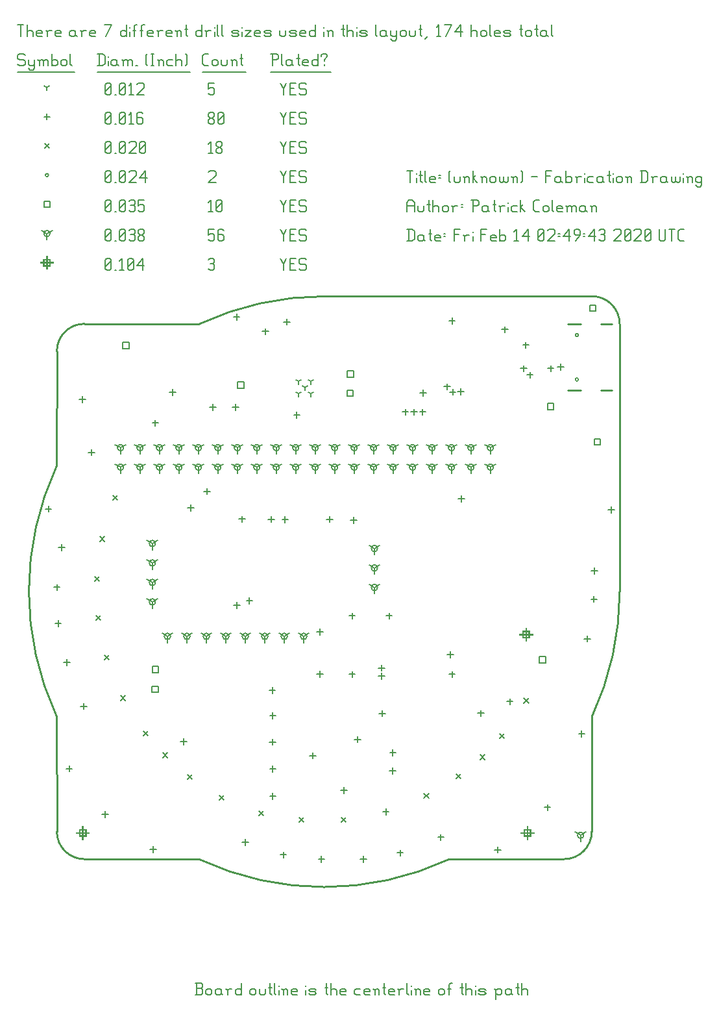
<source format=gbr>
G04 start of page 12 for group -3984 idx -3984 *
G04 Title: (unknown), fab *
G04 Creator: pcb 4.2.0 *
G04 CreationDate: Fri Feb 14 02:49:43 2020 UTC *
G04 For: blinken *
G04 Format: Gerber/RS-274X *
G04 PCB-Dimensions (mm): 90.16 90.16 *
G04 PCB-Coordinate-Origin: lower left *
%MOMM*%
%FSLAX43Y43*%
%LNFAB*%
%ADD86C,0.254*%
%ADD85C,0.191*%
%ADD84C,0.152*%
%ADD83R,0.203X0.203*%
G54D83*X8500Y19473D02*Y17847D01*
X7687Y18660D02*X9313D01*
X8094Y19066D02*X8906D01*
X8094D02*Y18254D01*
X8906D01*
Y19066D02*Y18254D01*
X66500Y19473D02*Y17847D01*
X65687Y18660D02*X67313D01*
X66094Y19066D02*X66906D01*
X66094D02*Y18254D01*
X66906D01*
Y19066D02*Y18254D01*
X66340Y45333D02*Y43707D01*
X65527Y44520D02*X67153D01*
X65934Y44926D02*X66746D01*
X65934D02*Y44114D01*
X66746D01*
Y44926D02*Y44114D01*
X3810Y93830D02*Y92205D01*
X2997Y93018D02*X4623D01*
X3404Y93424D02*X4216D01*
X3404D02*Y92611D01*
X4216D01*
Y93424D02*Y92611D01*
G54D84*X34290Y93589D02*X34671Y92827D01*
X35052Y93589D01*
X34671Y92827D02*Y92065D01*
X35509Y92903D02*X36081D01*
X35509Y92065D02*X36271D01*
X35509Y93589D02*Y92065D01*
Y93589D02*X36271D01*
X37490D02*X37681Y93399D01*
X36919Y93589D02*X37490D01*
X36728Y93399D02*X36919Y93589D01*
X36728Y93399D02*Y93018D01*
X36919Y92827D01*
X37490D01*
X37681Y92637D01*
Y92256D01*
X37490Y92065D02*X37681Y92256D01*
X36919Y92065D02*X37490D01*
X36728Y92256D02*X36919Y92065D01*
X24892Y93399D02*X25082Y93589D01*
X25464D01*
X25654Y93399D01*
X25464Y92065D02*X25654Y92256D01*
X25082Y92065D02*X25464D01*
X24892Y92256D02*X25082Y92065D01*
Y92903D02*X25464D01*
X25654Y93399D02*Y93094D01*
Y92713D02*Y92256D01*
Y92713D02*X25464Y92903D01*
X25654Y93094D02*X25464Y92903D01*
X11430Y92256D02*X11620Y92065D01*
X11430Y93399D02*Y92256D01*
Y93399D02*X11620Y93589D01*
X12002D01*
X12192Y93399D01*
Y92256D01*
X12002Y92065D02*X12192Y92256D01*
X11620Y92065D02*X12002D01*
X11430Y92446D02*X12192Y93208D01*
X12649Y92065D02*X12840D01*
X13297Y93284D02*X13602Y93589D01*
Y92065D01*
X13297D02*X13868D01*
X14326Y92256D02*X14516Y92065D01*
X14326Y93399D02*Y92256D01*
Y93399D02*X14516Y93589D01*
X14897D01*
X15088Y93399D01*
Y92256D01*
X14897Y92065D02*X15088Y92256D01*
X14516Y92065D02*X14897D01*
X14326Y92446D02*X15088Y93208D01*
X15545Y92637D02*X16307Y93589D01*
X15545Y92637D02*X16497D01*
X16307Y93589D02*Y92065D01*
X13410Y66370D02*Y65557D01*
Y66370D02*X14114Y66776D01*
X13410Y66370D02*X12706Y66776D01*
X13004Y66370D02*G75*G03X13816Y66370I406J0D01*G01*
G75*G03X13004Y66370I-406J0D01*G01*
X13410Y68910D02*Y68097D01*
Y68910D02*X14114Y69316D01*
X13410Y68910D02*X12706Y69316D01*
X13004Y68910D02*G75*G03X13816Y68910I406J0D01*G01*
G75*G03X13004Y68910I-406J0D01*G01*
X15950Y66370D02*Y65557D01*
Y66370D02*X16654Y66776D01*
X15950Y66370D02*X15246Y66776D01*
X15544Y66370D02*G75*G03X16356Y66370I406J0D01*G01*
G75*G03X15544Y66370I-406J0D01*G01*
X15950Y68910D02*Y68097D01*
Y68910D02*X16654Y69316D01*
X15950Y68910D02*X15246Y69316D01*
X15544Y68910D02*G75*G03X16356Y68910I406J0D01*G01*
G75*G03X15544Y68910I-406J0D01*G01*
X18490Y66370D02*Y65557D01*
Y66370D02*X19194Y66776D01*
X18490Y66370D02*X17786Y66776D01*
X18084Y66370D02*G75*G03X18896Y66370I406J0D01*G01*
G75*G03X18084Y66370I-406J0D01*G01*
X18490Y68910D02*Y68097D01*
Y68910D02*X19194Y69316D01*
X18490Y68910D02*X17786Y69316D01*
X18084Y68910D02*G75*G03X18896Y68910I406J0D01*G01*
G75*G03X18084Y68910I-406J0D01*G01*
X21030Y66370D02*Y65557D01*
Y66370D02*X21734Y66776D01*
X21030Y66370D02*X20326Y66776D01*
X20624Y66370D02*G75*G03X21436Y66370I406J0D01*G01*
G75*G03X20624Y66370I-406J0D01*G01*
X21030Y68910D02*Y68097D01*
Y68910D02*X21734Y69316D01*
X21030Y68910D02*X20326Y69316D01*
X20624Y68910D02*G75*G03X21436Y68910I406J0D01*G01*
G75*G03X20624Y68910I-406J0D01*G01*
X23570Y66370D02*Y65557D01*
Y66370D02*X24274Y66776D01*
X23570Y66370D02*X22866Y66776D01*
X23164Y66370D02*G75*G03X23976Y66370I406J0D01*G01*
G75*G03X23164Y66370I-406J0D01*G01*
X23570Y68910D02*Y68097D01*
Y68910D02*X24274Y69316D01*
X23570Y68910D02*X22866Y69316D01*
X23164Y68910D02*G75*G03X23976Y68910I406J0D01*G01*
G75*G03X23164Y68910I-406J0D01*G01*
X26110Y66370D02*Y65557D01*
Y66370D02*X26814Y66776D01*
X26110Y66370D02*X25406Y66776D01*
X25704Y66370D02*G75*G03X26516Y66370I406J0D01*G01*
G75*G03X25704Y66370I-406J0D01*G01*
X26110Y68910D02*Y68097D01*
Y68910D02*X26814Y69316D01*
X26110Y68910D02*X25406Y69316D01*
X25704Y68910D02*G75*G03X26516Y68910I406J0D01*G01*
G75*G03X25704Y68910I-406J0D01*G01*
X28650Y66370D02*Y65557D01*
Y66370D02*X29354Y66776D01*
X28650Y66370D02*X27946Y66776D01*
X28244Y66370D02*G75*G03X29056Y66370I406J0D01*G01*
G75*G03X28244Y66370I-406J0D01*G01*
X28650Y68910D02*Y68097D01*
Y68910D02*X29354Y69316D01*
X28650Y68910D02*X27946Y69316D01*
X28244Y68910D02*G75*G03X29056Y68910I406J0D01*G01*
G75*G03X28244Y68910I-406J0D01*G01*
X31190Y66370D02*Y65557D01*
Y66370D02*X31894Y66776D01*
X31190Y66370D02*X30486Y66776D01*
X30784Y66370D02*G75*G03X31596Y66370I406J0D01*G01*
G75*G03X30784Y66370I-406J0D01*G01*
X31190Y68910D02*Y68097D01*
Y68910D02*X31894Y69316D01*
X31190Y68910D02*X30486Y69316D01*
X30784Y68910D02*G75*G03X31596Y68910I406J0D01*G01*
G75*G03X30784Y68910I-406J0D01*G01*
X33730Y66370D02*Y65557D01*
Y66370D02*X34434Y66776D01*
X33730Y66370D02*X33026Y66776D01*
X33324Y66370D02*G75*G03X34136Y66370I406J0D01*G01*
G75*G03X33324Y66370I-406J0D01*G01*
X33730Y68910D02*Y68097D01*
Y68910D02*X34434Y69316D01*
X33730Y68910D02*X33026Y69316D01*
X33324Y68910D02*G75*G03X34136Y68910I406J0D01*G01*
G75*G03X33324Y68910I-406J0D01*G01*
X36270Y66370D02*Y65557D01*
Y66370D02*X36974Y66776D01*
X36270Y66370D02*X35566Y66776D01*
X35864Y66370D02*G75*G03X36676Y66370I406J0D01*G01*
G75*G03X35864Y66370I-406J0D01*G01*
X36270Y68910D02*Y68097D01*
Y68910D02*X36974Y69316D01*
X36270Y68910D02*X35566Y69316D01*
X35864Y68910D02*G75*G03X36676Y68910I406J0D01*G01*
G75*G03X35864Y68910I-406J0D01*G01*
X38810Y66370D02*Y65557D01*
Y66370D02*X39514Y66776D01*
X38810Y66370D02*X38106Y66776D01*
X38404Y66370D02*G75*G03X39216Y66370I406J0D01*G01*
G75*G03X38404Y66370I-406J0D01*G01*
X38810Y68910D02*Y68097D01*
Y68910D02*X39514Y69316D01*
X38810Y68910D02*X38106Y69316D01*
X38404Y68910D02*G75*G03X39216Y68910I406J0D01*G01*
G75*G03X38404Y68910I-406J0D01*G01*
X41350Y66370D02*Y65557D01*
Y66370D02*X42054Y66776D01*
X41350Y66370D02*X40646Y66776D01*
X40944Y66370D02*G75*G03X41756Y66370I406J0D01*G01*
G75*G03X40944Y66370I-406J0D01*G01*
X41350Y68910D02*Y68097D01*
Y68910D02*X42054Y69316D01*
X41350Y68910D02*X40646Y69316D01*
X40944Y68910D02*G75*G03X41756Y68910I406J0D01*G01*
G75*G03X40944Y68910I-406J0D01*G01*
X43890Y66370D02*Y65557D01*
Y66370D02*X44594Y66776D01*
X43890Y66370D02*X43186Y66776D01*
X43484Y66370D02*G75*G03X44296Y66370I406J0D01*G01*
G75*G03X43484Y66370I-406J0D01*G01*
X43890Y68910D02*Y68097D01*
Y68910D02*X44594Y69316D01*
X43890Y68910D02*X43186Y69316D01*
X43484Y68910D02*G75*G03X44296Y68910I406J0D01*G01*
G75*G03X43484Y68910I-406J0D01*G01*
X46430Y66370D02*Y65557D01*
Y66370D02*X47134Y66776D01*
X46430Y66370D02*X45726Y66776D01*
X46024Y66370D02*G75*G03X46836Y66370I406J0D01*G01*
G75*G03X46024Y66370I-406J0D01*G01*
X46430Y68910D02*Y68097D01*
Y68910D02*X47134Y69316D01*
X46430Y68910D02*X45726Y69316D01*
X46024Y68910D02*G75*G03X46836Y68910I406J0D01*G01*
G75*G03X46024Y68910I-406J0D01*G01*
X48970Y66370D02*Y65557D01*
Y66370D02*X49674Y66776D01*
X48970Y66370D02*X48266Y66776D01*
X48564Y66370D02*G75*G03X49376Y66370I406J0D01*G01*
G75*G03X48564Y66370I-406J0D01*G01*
X48970Y68910D02*Y68097D01*
Y68910D02*X49674Y69316D01*
X48970Y68910D02*X48266Y69316D01*
X48564Y68910D02*G75*G03X49376Y68910I406J0D01*G01*
G75*G03X48564Y68910I-406J0D01*G01*
X51510Y66370D02*Y65557D01*
Y66370D02*X52214Y66776D01*
X51510Y66370D02*X50806Y66776D01*
X51104Y66370D02*G75*G03X51916Y66370I406J0D01*G01*
G75*G03X51104Y66370I-406J0D01*G01*
X51510Y68910D02*Y68097D01*
Y68910D02*X52214Y69316D01*
X51510Y68910D02*X50806Y69316D01*
X51104Y68910D02*G75*G03X51916Y68910I406J0D01*G01*
G75*G03X51104Y68910I-406J0D01*G01*
X54050Y66370D02*Y65557D01*
Y66370D02*X54754Y66776D01*
X54050Y66370D02*X53346Y66776D01*
X53644Y66370D02*G75*G03X54456Y66370I406J0D01*G01*
G75*G03X53644Y66370I-406J0D01*G01*
X54050Y68910D02*Y68097D01*
Y68910D02*X54754Y69316D01*
X54050Y68910D02*X53346Y69316D01*
X53644Y68910D02*G75*G03X54456Y68910I406J0D01*G01*
G75*G03X53644Y68910I-406J0D01*G01*
X56590Y66370D02*Y65557D01*
Y66370D02*X57294Y66776D01*
X56590Y66370D02*X55886Y66776D01*
X56184Y66370D02*G75*G03X56996Y66370I406J0D01*G01*
G75*G03X56184Y66370I-406J0D01*G01*
X56590Y68910D02*Y68097D01*
Y68910D02*X57294Y69316D01*
X56590Y68910D02*X55886Y69316D01*
X56184Y68910D02*G75*G03X56996Y68910I406J0D01*G01*
G75*G03X56184Y68910I-406J0D01*G01*
X59130Y66370D02*Y65557D01*
Y66370D02*X59834Y66776D01*
X59130Y66370D02*X58426Y66776D01*
X58724Y66370D02*G75*G03X59536Y66370I406J0D01*G01*
G75*G03X58724Y66370I-406J0D01*G01*
X59130Y68910D02*Y68097D01*
Y68910D02*X59834Y69316D01*
X59130Y68910D02*X58426Y69316D01*
X58724Y68910D02*G75*G03X59536Y68910I406J0D01*G01*
G75*G03X58724Y68910I-406J0D01*G01*
X61670Y66370D02*Y65557D01*
Y66370D02*X62374Y66776D01*
X61670Y66370D02*X60966Y66776D01*
X61264Y66370D02*G75*G03X62076Y66370I406J0D01*G01*
G75*G03X61264Y66370I-406J0D01*G01*
X61670Y68910D02*Y68097D01*
Y68910D02*X62374Y69316D01*
X61670Y68910D02*X60966Y69316D01*
X61264Y68910D02*G75*G03X62076Y68910I406J0D01*G01*
G75*G03X61264Y68910I-406J0D01*G01*
X19530Y44300D02*Y43487D01*
Y44300D02*X20234Y44706D01*
X19530Y44300D02*X18826Y44706D01*
X19124Y44300D02*G75*G03X19936Y44300I406J0D01*G01*
G75*G03X19124Y44300I-406J0D01*G01*
X22070D02*Y43487D01*
Y44300D02*X22774Y44706D01*
X22070Y44300D02*X21366Y44706D01*
X21664Y44300D02*G75*G03X22476Y44300I406J0D01*G01*
G75*G03X21664Y44300I-406J0D01*G01*
X24610D02*Y43487D01*
Y44300D02*X25314Y44706D01*
X24610Y44300D02*X23906Y44706D01*
X24204Y44300D02*G75*G03X25016Y44300I406J0D01*G01*
G75*G03X24204Y44300I-406J0D01*G01*
X27150D02*Y43487D01*
Y44300D02*X27854Y44706D01*
X27150Y44300D02*X26446Y44706D01*
X26744Y44300D02*G75*G03X27556Y44300I406J0D01*G01*
G75*G03X26744Y44300I-406J0D01*G01*
X29690D02*Y43487D01*
Y44300D02*X30394Y44706D01*
X29690Y44300D02*X28986Y44706D01*
X29284Y44300D02*G75*G03X30096Y44300I406J0D01*G01*
G75*G03X29284Y44300I-406J0D01*G01*
X32230D02*Y43487D01*
Y44300D02*X32934Y44706D01*
X32230Y44300D02*X31526Y44706D01*
X31824Y44300D02*G75*G03X32636Y44300I406J0D01*G01*
G75*G03X31824Y44300I-406J0D01*G01*
X34770D02*Y43487D01*
Y44300D02*X35474Y44706D01*
X34770Y44300D02*X34066Y44706D01*
X34364Y44300D02*G75*G03X35176Y44300I406J0D01*G01*
G75*G03X34364Y44300I-406J0D01*G01*
X37310D02*Y43487D01*
Y44300D02*X38014Y44706D01*
X37310Y44300D02*X36606Y44706D01*
X36904Y44300D02*G75*G03X37716Y44300I406J0D01*G01*
G75*G03X36904Y44300I-406J0D01*G01*
X46538Y55762D02*Y54949D01*
Y55762D02*X47242Y56168D01*
X46538Y55762D02*X45834Y56168D01*
X46132Y55762D02*G75*G03X46944Y55762I406J0D01*G01*
G75*G03X46132Y55762I-406J0D01*G01*
X46538Y53222D02*Y52409D01*
Y53222D02*X47242Y53628D01*
X46538Y53222D02*X45834Y53628D01*
X46132Y53222D02*G75*G03X46944Y53222I406J0D01*G01*
G75*G03X46132Y53222I-406J0D01*G01*
X46538Y50682D02*Y49869D01*
Y50682D02*X47242Y51088D01*
X46538Y50682D02*X45834Y51088D01*
X46132Y50682D02*G75*G03X46944Y50682I406J0D01*G01*
G75*G03X46132Y50682I-406J0D01*G01*
X17568Y56415D02*Y55602D01*
Y56415D02*X18273Y56822D01*
X17568Y56415D02*X16864Y56822D01*
X17162Y56415D02*G75*G03X17975Y56415I406J0D01*G01*
G75*G03X17162Y56415I-406J0D01*G01*
X17568Y53875D02*Y53062D01*
Y53875D02*X18273Y54282D01*
X17568Y53875D02*X16864Y54282D01*
X17162Y53875D02*G75*G03X17975Y53875I406J0D01*G01*
G75*G03X17162Y53875I-406J0D01*G01*
X17568Y51335D02*Y50522D01*
Y51335D02*X18273Y51742D01*
X17568Y51335D02*X16864Y51742D01*
X17162Y51335D02*G75*G03X17975Y51335I406J0D01*G01*
G75*G03X17162Y51335I-406J0D01*G01*
X17568Y48795D02*Y47982D01*
Y48795D02*X18273Y49202D01*
X17568Y48795D02*X16864Y49202D01*
X17162Y48795D02*G75*G03X17975Y48795I406J0D01*G01*
G75*G03X17162Y48795I-406J0D01*G01*
X73439Y18373D02*Y17560D01*
Y18373D02*X74143Y18779D01*
X73439Y18373D02*X72734Y18779D01*
X73032Y18373D02*G75*G03X73845Y18373I406J0D01*G01*
G75*G03X73032Y18373I-406J0D01*G01*
X3810Y96828D02*Y96015D01*
Y96828D02*X4514Y97234D01*
X3810Y96828D02*X3106Y97234D01*
X3404Y96828D02*G75*G03X4216Y96828I406J0D01*G01*
G75*G03X3404Y96828I-406J0D01*G01*
X34290Y97399D02*X34671Y96637D01*
X35052Y97399D01*
X34671Y96637D02*Y95875D01*
X35509Y96713D02*X36081D01*
X35509Y95875D02*X36271D01*
X35509Y97399D02*Y95875D01*
Y97399D02*X36271D01*
X37490D02*X37681Y97209D01*
X36919Y97399D02*X37490D01*
X36728Y97209D02*X36919Y97399D01*
X36728Y97209D02*Y96828D01*
X36919Y96637D01*
X37490D01*
X37681Y96447D01*
Y96066D01*
X37490Y95875D02*X37681Y96066D01*
X36919Y95875D02*X37490D01*
X36728Y96066D02*X36919Y95875D01*
X24892Y97399D02*X25654D01*
X24892D02*Y96637D01*
X25082Y96828D01*
X25464D01*
X25654Y96637D01*
Y96066D01*
X25464Y95875D02*X25654Y96066D01*
X25082Y95875D02*X25464D01*
X24892Y96066D02*X25082Y95875D01*
X26683Y97399D02*X26873Y97209D01*
X26302Y97399D02*X26683D01*
X26111Y97209D02*X26302Y97399D01*
X26111Y97209D02*Y96066D01*
X26302Y95875D01*
X26683Y96713D02*X26873Y96523D01*
X26111Y96713D02*X26683D01*
X26302Y95875D02*X26683D01*
X26873Y96066D01*
Y96523D02*Y96066D01*
X11430D02*X11620Y95875D01*
X11430Y97209D02*Y96066D01*
Y97209D02*X11620Y97399D01*
X12002D01*
X12192Y97209D01*
Y96066D01*
X12002Y95875D02*X12192Y96066D01*
X11620Y95875D02*X12002D01*
X11430Y96256D02*X12192Y97018D01*
X12649Y95875D02*X12840D01*
X13297Y96066D02*X13487Y95875D01*
X13297Y97209D02*Y96066D01*
Y97209D02*X13487Y97399D01*
X13868D01*
X14059Y97209D01*
Y96066D01*
X13868Y95875D02*X14059Y96066D01*
X13487Y95875D02*X13868D01*
X13297Y96256D02*X14059Y97018D01*
X14516Y97209D02*X14707Y97399D01*
X15088D01*
X15278Y97209D01*
X15088Y95875D02*X15278Y96066D01*
X14707Y95875D02*X15088D01*
X14516Y96066D02*X14707Y95875D01*
Y96713D02*X15088D01*
X15278Y97209D02*Y96904D01*
Y96523D02*Y96066D01*
Y96523D02*X15088Y96713D01*
X15278Y96904D02*X15088Y96713D01*
X15735Y96066D02*X15926Y95875D01*
X15735Y96370D02*Y96066D01*
Y96370D02*X16002Y96637D01*
X16231D01*
X16497Y96370D01*
Y96066D01*
X16307Y95875D02*X16497Y96066D01*
X15926Y95875D02*X16307D01*
X15735Y96904D02*X16002Y96637D01*
X15735Y97209D02*Y96904D01*
Y97209D02*X15926Y97399D01*
X16307D01*
X16497Y97209D01*
Y96904D01*
X16231Y96637D02*X16497Y96904D01*
X74614Y87516D02*X75426D01*
X74614D02*Y86704D01*
X75426D01*
Y87516D02*Y86704D01*
X42954Y76416D02*X43766D01*
X42954D02*Y75604D01*
X43766D01*
Y76416D02*Y75604D01*
X42984Y78906D02*X43796D01*
X42984D02*Y78094D01*
X43796D01*
Y78906D02*Y78094D01*
X75204Y70068D02*X76016D01*
X75204D02*Y69255D01*
X76016D01*
Y70068D02*Y69255D01*
X13694Y82666D02*X14506D01*
X13694D02*Y81854D01*
X14506D01*
Y82666D02*Y81854D01*
X17574Y40416D02*X18386D01*
X17574D02*Y39604D01*
X18386D01*
Y40416D02*Y39604D01*
X17534Y37826D02*X18346D01*
X17534D02*Y37014D01*
X18346D01*
Y37826D02*Y37014D01*
X69134Y74706D02*X69946D01*
X69134D02*Y73894D01*
X69946D01*
Y74706D02*Y73894D01*
X28704Y77496D02*X29516D01*
X28704D02*Y76684D01*
X29516D01*
Y77496D02*Y76684D01*
X68064Y41676D02*X68876D01*
X68064D02*Y40864D01*
X68876D01*
Y41676D02*Y40864D01*
X3404Y101044D02*X4216D01*
X3404D02*Y100231D01*
X4216D01*
Y101044D02*Y100231D01*
X34290Y101209D02*X34671Y100447D01*
X35052Y101209D01*
X34671Y100447D02*Y99685D01*
X35509Y100523D02*X36081D01*
X35509Y99685D02*X36271D01*
X35509Y101209D02*Y99685D01*
Y101209D02*X36271D01*
X37490D02*X37681Y101019D01*
X36919Y101209D02*X37490D01*
X36728Y101019D02*X36919Y101209D01*
X36728Y101019D02*Y100638D01*
X36919Y100447D01*
X37490D01*
X37681Y100257D01*
Y99876D01*
X37490Y99685D02*X37681Y99876D01*
X36919Y99685D02*X37490D01*
X36728Y99876D02*X36919Y99685D01*
X24892Y100904D02*X25197Y101209D01*
Y99685D01*
X24892D02*X25464D01*
X25921Y99876D02*X26111Y99685D01*
X25921Y101019D02*Y99876D01*
Y101019D02*X26111Y101209D01*
X26492D01*
X26683Y101019D01*
Y99876D01*
X26492Y99685D02*X26683Y99876D01*
X26111Y99685D02*X26492D01*
X25921Y100066D02*X26683Y100828D01*
X11430Y99876D02*X11620Y99685D01*
X11430Y101019D02*Y99876D01*
Y101019D02*X11620Y101209D01*
X12002D01*
X12192Y101019D01*
Y99876D01*
X12002Y99685D02*X12192Y99876D01*
X11620Y99685D02*X12002D01*
X11430Y100066D02*X12192Y100828D01*
X12649Y99685D02*X12840D01*
X13297Y99876D02*X13487Y99685D01*
X13297Y101019D02*Y99876D01*
Y101019D02*X13487Y101209D01*
X13868D01*
X14059Y101019D01*
Y99876D01*
X13868Y99685D02*X14059Y99876D01*
X13487Y99685D02*X13868D01*
X13297Y100066D02*X14059Y100828D01*
X14516Y101019D02*X14707Y101209D01*
X15088D01*
X15278Y101019D01*
X15088Y99685D02*X15278Y99876D01*
X14707Y99685D02*X15088D01*
X14516Y99876D02*X14707Y99685D01*
Y100523D02*X15088D01*
X15278Y101019D02*Y100714D01*
Y100333D02*Y99876D01*
Y100333D02*X15088Y100523D01*
X15278Y100714D02*X15088Y100523D01*
X15735Y101209D02*X16497D01*
X15735D02*Y100447D01*
X15926Y100638D01*
X16307D01*
X16497Y100447D01*
Y99876D01*
X16307Y99685D02*X16497Y99876D01*
X15926Y99685D02*X16307D01*
X15735Y99876D02*X15926Y99685D01*
X72747Y77790D02*G75*G03X73153Y77790I203J0D01*G01*
G75*G03X72747Y77790I-203J0D01*G01*
Y83570D02*G75*G03X73153Y83570I203J0D01*G01*
G75*G03X72747Y83570I-203J0D01*G01*
X3607Y104448D02*G75*G03X4013Y104448I203J0D01*G01*
G75*G03X3607Y104448I-203J0D01*G01*
X34290Y105019D02*X34671Y104257D01*
X35052Y105019D01*
X34671Y104257D02*Y103495D01*
X35509Y104333D02*X36081D01*
X35509Y103495D02*X36271D01*
X35509Y105019D02*Y103495D01*
Y105019D02*X36271D01*
X37490D02*X37681Y104829D01*
X36919Y105019D02*X37490D01*
X36728Y104829D02*X36919Y105019D01*
X36728Y104829D02*Y104448D01*
X36919Y104257D01*
X37490D01*
X37681Y104067D01*
Y103686D01*
X37490Y103495D02*X37681Y103686D01*
X36919Y103495D02*X37490D01*
X36728Y103686D02*X36919Y103495D01*
X24892Y104829D02*X25082Y105019D01*
X25654D01*
X25844Y104829D01*
Y104448D01*
X24892Y103495D02*X25844Y104448D01*
X24892Y103495D02*X25844D01*
X11430Y103686D02*X11620Y103495D01*
X11430Y104829D02*Y103686D01*
Y104829D02*X11620Y105019D01*
X12002D01*
X12192Y104829D01*
Y103686D01*
X12002Y103495D02*X12192Y103686D01*
X11620Y103495D02*X12002D01*
X11430Y103876D02*X12192Y104638D01*
X12649Y103495D02*X12840D01*
X13297Y103686D02*X13487Y103495D01*
X13297Y104829D02*Y103686D01*
Y104829D02*X13487Y105019D01*
X13868D01*
X14059Y104829D01*
Y103686D01*
X13868Y103495D02*X14059Y103686D01*
X13487Y103495D02*X13868D01*
X13297Y103876D02*X14059Y104638D01*
X14516Y104829D02*X14707Y105019D01*
X15278D01*
X15469Y104829D01*
Y104448D01*
X14516Y103495D02*X15469Y104448D01*
X14516Y103495D02*X15469D01*
X15926Y104067D02*X16688Y105019D01*
X15926Y104067D02*X16878D01*
X16688Y105019D02*Y103495D01*
X66040Y36236D02*X66650Y35626D01*
X66040D02*X66650Y36236D01*
X62890Y31613D02*X63500Y31004D01*
X62890D02*X63500Y31613D01*
X60300Y28870D02*X60909Y28260D01*
X60300D02*X60909Y28870D01*
X57226Y26355D02*X57836Y25746D01*
X57226D02*X57836Y26355D01*
X53010Y23815D02*X53619Y23206D01*
X53010D02*X53619Y23815D01*
X42215Y20716D02*X42824Y20107D01*
X42215D02*X42824Y20716D01*
X36728Y20666D02*X37338Y20056D01*
X36728D02*X37338Y20666D01*
X31495Y21565D02*X32105Y20955D01*
X31495D02*X32105Y21565D01*
X26314Y23587D02*X26924Y22977D01*
X26314D02*X26924Y23587D01*
X22123Y26279D02*X22733Y25670D01*
X22123D02*X22733Y26279D01*
X18898Y29124D02*X19507Y28514D01*
X18898D02*X19507Y29124D01*
X16383Y31969D02*X16993Y31359D01*
X16383D02*X16993Y31969D01*
X13437Y36566D02*X14046Y35956D01*
X13437D02*X14046Y36566D01*
X11303Y41849D02*X11913Y41240D01*
X11303D02*X11913Y41849D01*
X10236Y47031D02*X10846Y46421D01*
X10236D02*X10846Y47031D01*
X10008Y52086D02*X10617Y51476D01*
X10008D02*X10617Y52086D01*
X10719Y57318D02*X11328Y56708D01*
X10719D02*X11328Y57318D01*
X12395Y62665D02*X13005Y62055D01*
X12395D02*X13005Y62665D01*
X3505Y108562D02*X4115Y107953D01*
X3505D02*X4115Y108562D01*
X34290Y108829D02*X34671Y108067D01*
X35052Y108829D01*
X34671Y108067D02*Y107305D01*
X35509Y108143D02*X36081D01*
X35509Y107305D02*X36271D01*
X35509Y108829D02*Y107305D01*
Y108829D02*X36271D01*
X37490D02*X37681Y108639D01*
X36919Y108829D02*X37490D01*
X36728Y108639D02*X36919Y108829D01*
X36728Y108639D02*Y108258D01*
X36919Y108067D01*
X37490D01*
X37681Y107877D01*
Y107496D01*
X37490Y107305D02*X37681Y107496D01*
X36919Y107305D02*X37490D01*
X36728Y107496D02*X36919Y107305D01*
X24892Y108524D02*X25197Y108829D01*
Y107305D01*
X24892D02*X25464D01*
X25921Y107496D02*X26111Y107305D01*
X25921Y107800D02*Y107496D01*
Y107800D02*X26187Y108067D01*
X26416D01*
X26683Y107800D01*
Y107496D01*
X26492Y107305D02*X26683Y107496D01*
X26111Y107305D02*X26492D01*
X25921Y108334D02*X26187Y108067D01*
X25921Y108639D02*Y108334D01*
Y108639D02*X26111Y108829D01*
X26492D01*
X26683Y108639D01*
Y108334D01*
X26416Y108067D02*X26683Y108334D01*
X11430Y107496D02*X11620Y107305D01*
X11430Y108639D02*Y107496D01*
Y108639D02*X11620Y108829D01*
X12002D01*
X12192Y108639D01*
Y107496D01*
X12002Y107305D02*X12192Y107496D01*
X11620Y107305D02*X12002D01*
X11430Y107686D02*X12192Y108448D01*
X12649Y107305D02*X12840D01*
X13297Y107496D02*X13487Y107305D01*
X13297Y108639D02*Y107496D01*
Y108639D02*X13487Y108829D01*
X13868D01*
X14059Y108639D01*
Y107496D01*
X13868Y107305D02*X14059Y107496D01*
X13487Y107305D02*X13868D01*
X13297Y107686D02*X14059Y108448D01*
X14516Y108639D02*X14707Y108829D01*
X15278D01*
X15469Y108639D01*
Y108258D01*
X14516Y107305D02*X15469Y108258D01*
X14516Y107305D02*X15469D01*
X15926Y107496D02*X16116Y107305D01*
X15926Y108639D02*Y107496D01*
Y108639D02*X16116Y108829D01*
X16497D01*
X16688Y108639D01*
Y107496D01*
X16497Y107305D02*X16688Y107496D01*
X16116Y107305D02*X16497D01*
X15926Y107686D02*X16688Y108448D01*
X66000Y79646D02*Y78834D01*
X65594Y79240D02*X66406D01*
X66830Y78806D02*Y77994D01*
X66424Y78400D02*X67236D01*
X25444Y74613D02*Y73800D01*
X25038Y74207D02*X25850D01*
X20210Y76526D02*Y75714D01*
X19804Y76120D02*X20616D01*
X40701Y59990D02*Y59178D01*
X40294Y59584D02*X41107D01*
X34895Y59959D02*Y59146D01*
X34488Y59552D02*X35301D01*
X33085Y59993D02*Y59180D01*
X32678Y59587D02*X33491D01*
X29289Y59997D02*Y59184D01*
X28883Y59591D02*X29696D01*
X52840Y73976D02*Y73164D01*
X52434Y73570D02*X53246D01*
X51700Y73976D02*Y73164D01*
X51294Y73570D02*X52106D01*
X30230Y49346D02*Y48534D01*
X29824Y48940D02*X30636D01*
X28444Y74613D02*Y73800D01*
X28037Y74207D02*X28850D01*
X28610Y48766D02*Y47954D01*
X28204Y48360D02*X29016D01*
X24720Y63626D02*Y62814D01*
X24314Y63220D02*X25126D01*
X38492Y29163D02*Y28350D01*
X38086Y28757D02*X38898D01*
X57800Y76606D02*Y75794D01*
X57394Y76200D02*X58206D01*
X56750Y76586D02*Y75774D01*
X56344Y76180D02*X57156D01*
X56020Y77276D02*Y76464D01*
X55614Y76870D02*X56426D01*
X22590Y61496D02*Y60684D01*
X22184Y61090D02*X22996D01*
X47450Y39536D02*Y38724D01*
X47044Y39130D02*X47856D01*
X47470Y40596D02*Y39784D01*
X47064Y40190D02*X47876D01*
X43632Y47385D02*Y46572D01*
X43226Y46979D02*X44039D01*
X43632Y39765D02*Y38952D01*
X43226Y39359D02*X44039D01*
X39440Y45316D02*Y44504D01*
X39034Y44910D02*X39846D01*
X57900Y62646D02*Y61834D01*
X57494Y62240D02*X58306D01*
X52890Y76446D02*Y75634D01*
X52484Y76040D02*X53296D01*
X43850Y59886D02*Y59074D01*
X43444Y59480D02*X44256D01*
X63580Y84726D02*Y83914D01*
X63174Y84320D02*X63986D01*
X56660Y85876D02*Y85064D01*
X56254Y85470D02*X57066D01*
X66300Y82686D02*Y81874D01*
X65894Y82280D02*X66706D01*
X36410Y73586D02*Y72774D01*
X36004Y73180D02*X36816D01*
X42550Y24626D02*Y23814D01*
X42144Y24220D02*X42956D01*
X21670Y30986D02*Y30174D01*
X21264Y30580D02*X22076D01*
X33220Y37676D02*Y36864D01*
X32814Y37270D02*X33626D01*
X33290Y34406D02*Y33594D01*
X32884Y34000D02*X33696D01*
X33260Y30946D02*Y30134D01*
X32854Y30540D02*X33666D01*
X33290Y27446D02*Y26634D01*
X32884Y27040D02*X33696D01*
X33290Y23866D02*Y23054D01*
X32884Y23460D02*X33696D01*
X48460Y47386D02*Y46574D01*
X48054Y46980D02*X48866D01*
X50570Y73966D02*Y73154D01*
X50164Y73560D02*X50976D01*
X39410Y39776D02*Y38964D01*
X39004Y39370D02*X39816D01*
X70840Y79846D02*Y79034D01*
X70434Y79440D02*X71246D01*
X69530Y79646D02*Y78834D01*
X69124Y79240D02*X69936D01*
X28550Y86346D02*Y85534D01*
X28144Y85940D02*X28956D01*
X4000Y61346D02*Y60534D01*
X3594Y60940D02*X4406D01*
X5750Y56326D02*Y55514D01*
X5344Y55920D02*X6156D01*
X5100Y51116D02*Y50304D01*
X4694Y50710D02*X5506D01*
X5280Y46426D02*Y45614D01*
X4874Y46020D02*X5686D01*
X6390Y41346D02*Y40534D01*
X5984Y40940D02*X6796D01*
X8600Y35596D02*Y34784D01*
X8194Y35190D02*X9006D01*
X34660Y16227D02*Y15414D01*
X34254Y15820D02*X35066D01*
X39640Y15656D02*Y14844D01*
X39234Y15250D02*X40046D01*
X48030Y21836D02*Y21024D01*
X47624Y21430D02*X48436D01*
X9620Y68706D02*Y67894D01*
X9214Y68300D02*X10026D01*
X56670Y39766D02*Y38954D01*
X56264Y39360D02*X57076D01*
X17950Y72526D02*Y71714D01*
X17544Y72120D02*X18356D01*
X48930Y27186D02*Y26374D01*
X48524Y26780D02*X49336D01*
X48950Y29556D02*Y28744D01*
X48544Y29150D02*X49356D01*
X69120Y22406D02*Y21594D01*
X68714Y22000D02*X69526D01*
X62640Y16896D02*Y16084D01*
X62234Y16490D02*X63046D01*
X55210Y18516D02*Y17704D01*
X54804Y18110D02*X55616D01*
X49890Y16486D02*Y15674D01*
X49484Y16080D02*X50296D01*
X45090Y15656D02*Y14844D01*
X44684Y15250D02*X45496D01*
X29670Y17856D02*Y17044D01*
X29264Y17450D02*X30076D01*
X17690Y16926D02*Y16114D01*
X17284Y16520D02*X18096D01*
X11390Y21536D02*Y20724D01*
X10984Y21130D02*X11796D01*
X6720Y27476D02*Y26664D01*
X6314Y27070D02*X7126D01*
X8460Y75606D02*Y74794D01*
X8054Y75200D02*X8866D01*
X32320Y84476D02*Y83664D01*
X31914Y84070D02*X32726D01*
X35090Y85726D02*Y84914D01*
X34684Y85320D02*X35496D01*
X77440Y61226D02*Y60414D01*
X77034Y60820D02*X77846D01*
X75220Y53276D02*Y52464D01*
X74814Y52870D02*X75626D01*
X75200Y49566D02*Y48754D01*
X74794Y49160D02*X75606D01*
X74310Y44406D02*Y43594D01*
X73904Y44000D02*X74716D01*
X73590Y32026D02*Y31214D01*
X73184Y31620D02*X73996D01*
X56430Y42326D02*Y41514D01*
X56024Y41920D02*X56836D01*
X60442Y34685D02*Y33872D01*
X60036Y34279D02*X60849D01*
X64210Y36206D02*Y35394D01*
X63804Y35800D02*X64616D01*
X44350Y31276D02*Y30464D01*
X43944Y30870D02*X44756D01*
X47580Y34676D02*Y33864D01*
X47174Y34270D02*X47986D01*
X3810Y112474D02*Y111661D01*
X3404Y112068D02*X4216D01*
X34290Y112639D02*X34671Y111877D01*
X35052Y112639D01*
X34671Y111877D02*Y111115D01*
X35509Y111953D02*X36081D01*
X35509Y111115D02*X36271D01*
X35509Y112639D02*Y111115D01*
Y112639D02*X36271D01*
X37490D02*X37681Y112449D01*
X36919Y112639D02*X37490D01*
X36728Y112449D02*X36919Y112639D01*
X36728Y112449D02*Y112068D01*
X36919Y111877D01*
X37490D01*
X37681Y111687D01*
Y111306D01*
X37490Y111115D02*X37681Y111306D01*
X36919Y111115D02*X37490D01*
X36728Y111306D02*X36919Y111115D01*
X24892Y111306D02*X25082Y111115D01*
X24892Y111610D02*Y111306D01*
Y111610D02*X25159Y111877D01*
X25387D01*
X25654Y111610D01*
Y111306D01*
X25464Y111115D02*X25654Y111306D01*
X25082Y111115D02*X25464D01*
X24892Y112144D02*X25159Y111877D01*
X24892Y112449D02*Y112144D01*
Y112449D02*X25082Y112639D01*
X25464D01*
X25654Y112449D01*
Y112144D01*
X25387Y111877D02*X25654Y112144D01*
X26111Y111306D02*X26302Y111115D01*
X26111Y112449D02*Y111306D01*
Y112449D02*X26302Y112639D01*
X26683D01*
X26873Y112449D01*
Y111306D01*
X26683Y111115D02*X26873Y111306D01*
X26302Y111115D02*X26683D01*
X26111Y111496D02*X26873Y112258D01*
X11430Y111306D02*X11620Y111115D01*
X11430Y112449D02*Y111306D01*
Y112449D02*X11620Y112639D01*
X12002D01*
X12192Y112449D01*
Y111306D01*
X12002Y111115D02*X12192Y111306D01*
X11620Y111115D02*X12002D01*
X11430Y111496D02*X12192Y112258D01*
X12649Y111115D02*X12840D01*
X13297Y111306D02*X13487Y111115D01*
X13297Y112449D02*Y111306D01*
Y112449D02*X13487Y112639D01*
X13868D01*
X14059Y112449D01*
Y111306D01*
X13868Y111115D02*X14059Y111306D01*
X13487Y111115D02*X13868D01*
X13297Y111496D02*X14059Y112258D01*
X14516Y112334D02*X14821Y112639D01*
Y111115D01*
X14516D02*X15088D01*
X16116Y112639D02*X16307Y112449D01*
X15735Y112639D02*X16116D01*
X15545Y112449D02*X15735Y112639D01*
X15545Y112449D02*Y111306D01*
X15735Y111115D01*
X16116Y111953D02*X16307Y111763D01*
X15545Y111953D02*X16116D01*
X15735Y111115D02*X16116D01*
X16307Y111306D01*
Y111763D02*Y111306D01*
X37460Y76760D02*Y76354D01*
Y76760D02*X37812Y76963D01*
X37460Y76760D02*X37108Y76963D01*
X38260Y77560D02*Y77154D01*
Y77560D02*X38612Y77763D01*
X38260Y77560D02*X37908Y77763D01*
X38260Y75960D02*Y75554D01*
Y75960D02*X38612Y76163D01*
X38260Y75960D02*X37908Y76163D01*
X36660Y75960D02*Y75554D01*
Y75960D02*X37012Y76163D01*
X36660Y75960D02*X36308Y76163D01*
X36660Y77560D02*Y77154D01*
Y77560D02*X37012Y77763D01*
X36660Y77560D02*X36308Y77763D01*
X3810Y115878D02*Y115471D01*
Y115878D02*X4162Y116081D01*
X3810Y115878D02*X3458Y116081D01*
X34290Y116449D02*X34671Y115687D01*
X35052Y116449D01*
X34671Y115687D02*Y114925D01*
X35509Y115763D02*X36081D01*
X35509Y114925D02*X36271D01*
X35509Y116449D02*Y114925D01*
Y116449D02*X36271D01*
X37490D02*X37681Y116259D01*
X36919Y116449D02*X37490D01*
X36728Y116259D02*X36919Y116449D01*
X36728Y116259D02*Y115878D01*
X36919Y115687D01*
X37490D01*
X37681Y115497D01*
Y115116D01*
X37490Y114925D02*X37681Y115116D01*
X36919Y114925D02*X37490D01*
X36728Y115116D02*X36919Y114925D01*
X24892Y116449D02*X25654D01*
X24892D02*Y115687D01*
X25082Y115878D01*
X25464D01*
X25654Y115687D01*
Y115116D01*
X25464Y114925D02*X25654Y115116D01*
X25082Y114925D02*X25464D01*
X24892Y115116D02*X25082Y114925D01*
X11430Y115116D02*X11620Y114925D01*
X11430Y116259D02*Y115116D01*
Y116259D02*X11620Y116449D01*
X12002D01*
X12192Y116259D01*
Y115116D01*
X12002Y114925D02*X12192Y115116D01*
X11620Y114925D02*X12002D01*
X11430Y115306D02*X12192Y116068D01*
X12649Y114925D02*X12840D01*
X13297Y115116D02*X13487Y114925D01*
X13297Y116259D02*Y115116D01*
Y116259D02*X13487Y116449D01*
X13868D01*
X14059Y116259D01*
Y115116D01*
X13868Y114925D02*X14059Y115116D01*
X13487Y114925D02*X13868D01*
X13297Y115306D02*X14059Y116068D01*
X14516Y116144D02*X14821Y116449D01*
Y114925D01*
X14516D02*X15088D01*
X15545Y116259D02*X15735Y116449D01*
X16307D01*
X16497Y116259D01*
Y115878D01*
X15545Y114925D02*X16497Y115878D01*
X15545Y114925D02*X16497D01*
X762Y120259D02*X952Y120069D01*
X190Y120259D02*X762D01*
X0Y120069D02*X190Y120259D01*
X0Y120069D02*Y119688D01*
X190Y119497D01*
X762D01*
X952Y119307D01*
Y118926D01*
X762Y118735D02*X952Y118926D01*
X190Y118735D02*X762D01*
X0Y118926D02*X190Y118735D01*
X1410Y119497D02*Y118926D01*
X1600Y118735D01*
X2172Y119497D02*Y118354D01*
X1981Y118164D02*X2172Y118354D01*
X1600Y118164D02*X1981D01*
X1410Y118354D02*X1600Y118164D01*
Y118735D02*X1981D01*
X2172Y118926D01*
X2819Y119307D02*Y118735D01*
Y119307D02*X3010Y119497D01*
X3200D01*
X3391Y119307D01*
Y118735D01*
Y119307D02*X3581Y119497D01*
X3772D01*
X3962Y119307D01*
Y118735D01*
X2629Y119497D02*X2819Y119307D01*
X4420Y120259D02*Y118735D01*
Y118926D02*X4610Y118735D01*
X4991D01*
X5182Y118926D01*
Y119307D02*Y118926D01*
X4991Y119497D02*X5182Y119307D01*
X4610Y119497D02*X4991D01*
X4420Y119307D02*X4610Y119497D01*
X5639Y119307D02*Y118926D01*
Y119307D02*X5829Y119497D01*
X6210D01*
X6401Y119307D01*
Y118926D01*
X6210Y118735D02*X6401Y118926D01*
X5829Y118735D02*X6210D01*
X5639Y118926D02*X5829Y118735D01*
X6858Y120259D02*Y118926D01*
X7049Y118735D01*
X0Y117910D02*X7430D01*
X10604Y120259D02*Y118735D01*
X11100Y120259D02*X11366Y119992D01*
Y119002D01*
X11100Y118735D02*X11366Y119002D01*
X10414Y118735D02*X11100D01*
X10414Y120259D02*X11100D01*
G54D85*X11824Y119878D02*Y119840D01*
G54D84*Y119307D02*Y118735D01*
X12776Y119497D02*X12967Y119307D01*
X12395Y119497D02*X12776D01*
X12205Y119307D02*X12395Y119497D01*
X12205Y119307D02*Y118926D01*
X12395Y118735D01*
X12967Y119497D02*Y118926D01*
X13157Y118735D01*
X12395D02*X12776D01*
X12967Y118926D01*
X13805Y119307D02*Y118735D01*
Y119307D02*X13995Y119497D01*
X14186D01*
X14376Y119307D01*
Y118735D01*
Y119307D02*X14567Y119497D01*
X14757D01*
X14948Y119307D01*
Y118735D01*
X13614Y119497D02*X13805Y119307D01*
X15405Y118735D02*X15596D01*
X16739Y118926D02*X16929Y118735D01*
X16739Y120069D02*X16929Y120259D01*
X16739Y120069D02*Y118926D01*
X17386Y120259D02*X17767D01*
X17577D02*Y118735D01*
X17386D02*X17767D01*
X18415Y119307D02*Y118735D01*
Y119307D02*X18606Y119497D01*
X18796D01*
X18987Y119307D01*
Y118735D01*
X18225Y119497D02*X18415Y119307D01*
X19634Y119497D02*X20206D01*
X19444Y119307D02*X19634Y119497D01*
X19444Y119307D02*Y118926D01*
X19634Y118735D01*
X20206D01*
X20663Y120259D02*Y118735D01*
Y119307D02*X20853Y119497D01*
X21234D01*
X21425Y119307D01*
Y118735D01*
X21882Y120259D02*X22073Y120069D01*
Y118926D01*
X21882Y118735D02*X22073Y118926D01*
X10414Y117910D02*X22530D01*
X24397Y118735D02*X24892D01*
X24130Y119002D02*X24397Y118735D01*
X24130Y119992D02*Y119002D01*
Y119992D02*X24397Y120259D01*
X24892D01*
X25349Y119307D02*Y118926D01*
Y119307D02*X25540Y119497D01*
X25921D01*
X26111Y119307D01*
Y118926D01*
X25921Y118735D02*X26111Y118926D01*
X25540Y118735D02*X25921D01*
X25349Y118926D02*X25540Y118735D01*
X26568Y119497D02*Y118926D01*
X26759Y118735D01*
X27140D01*
X27330Y118926D01*
Y119497D02*Y118926D01*
X27978Y119307D02*Y118735D01*
Y119307D02*X28169Y119497D01*
X28359D01*
X28550Y119307D01*
Y118735D01*
X27788Y119497D02*X27978Y119307D01*
X29197Y120259D02*Y118926D01*
X29388Y118735D01*
X29007Y119688D02*X29388D01*
X24130Y117910D02*X29769D01*
X33210Y120259D02*Y118735D01*
X33020Y120259D02*X33782D01*
X33972Y120069D01*
Y119688D01*
X33782Y119497D02*X33972Y119688D01*
X33210Y119497D02*X33782D01*
X34430Y120259D02*Y118926D01*
X34620Y118735D01*
X35573Y119497D02*X35763Y119307D01*
X35192Y119497D02*X35573D01*
X35001Y119307D02*X35192Y119497D01*
X35001Y119307D02*Y118926D01*
X35192Y118735D01*
X35763Y119497D02*Y118926D01*
X35954Y118735D01*
X35192D02*X35573D01*
X35763Y118926D01*
X36601Y120259D02*Y118926D01*
X36792Y118735D01*
X36411Y119688D02*X36792D01*
X37363Y118735D02*X37935D01*
X37173Y118926D02*X37363Y118735D01*
X37173Y119307D02*Y118926D01*
Y119307D02*X37363Y119497D01*
X37744D01*
X37935Y119307D01*
X37173Y119116D02*X37935D01*
Y119307D02*Y119116D01*
X39154Y120259D02*Y118735D01*
X38964D02*X39154Y118926D01*
X38583Y118735D02*X38964D01*
X38392Y118926D02*X38583Y118735D01*
X38392Y119307D02*Y118926D01*
Y119307D02*X38583Y119497D01*
X38964D01*
X39154Y119307D01*
X39992Y119497D02*Y119307D01*
Y118926D02*Y118735D01*
X39611Y120069D02*Y119878D01*
Y120069D02*X39802Y120259D01*
X40183D01*
X40373Y120069D01*
Y119878D01*
X39992Y119497D02*X40373Y119878D01*
X33020Y117910D02*X40831D01*
X0Y124069D02*X762D01*
X381D02*Y122545D01*
X1219Y124069D02*Y122545D01*
Y123117D02*X1410Y123307D01*
X1791D01*
X1981Y123117D01*
Y122545D01*
X2629D02*X3200D01*
X2438Y122736D02*X2629Y122545D01*
X2438Y123117D02*Y122736D01*
Y123117D02*X2629Y123307D01*
X3010D01*
X3200Y123117D01*
X2438Y122926D02*X3200D01*
Y123117D02*Y122926D01*
X3848Y123117D02*Y122545D01*
Y123117D02*X4039Y123307D01*
X4420D01*
X3658D02*X3848Y123117D01*
X5067Y122545D02*X5639D01*
X4877Y122736D02*X5067Y122545D01*
X4877Y123117D02*Y122736D01*
Y123117D02*X5067Y123307D01*
X5448D01*
X5639Y123117D01*
X4877Y122926D02*X5639D01*
Y123117D02*Y122926D01*
X7353Y123307D02*X7544Y123117D01*
X6972Y123307D02*X7353D01*
X6782Y123117D02*X6972Y123307D01*
X6782Y123117D02*Y122736D01*
X6972Y122545D01*
X7544Y123307D02*Y122736D01*
X7734Y122545D01*
X6972D02*X7353D01*
X7544Y122736D01*
X8382Y123117D02*Y122545D01*
Y123117D02*X8573Y123307D01*
X8954D01*
X8192D02*X8382Y123117D01*
X9601Y122545D02*X10173D01*
X9411Y122736D02*X9601Y122545D01*
X9411Y123117D02*Y122736D01*
Y123117D02*X9601Y123307D01*
X9982D01*
X10173Y123117D01*
X9411Y122926D02*X10173D01*
Y123117D02*Y122926D01*
X11506Y122545D02*X12268Y124069D01*
X11316D02*X12268D01*
X14173D02*Y122545D01*
X13983D02*X14173Y122736D01*
X13602Y122545D02*X13983D01*
X13411Y122736D02*X13602Y122545D01*
X13411Y123117D02*Y122736D01*
Y123117D02*X13602Y123307D01*
X13983D01*
X14173Y123117D01*
G54D85*X14630Y123688D02*Y123650D01*
G54D84*Y123117D02*Y122545D01*
X15202Y123879D02*Y122545D01*
Y123879D02*X15392Y124069D01*
X15583D01*
X15011Y123307D02*X15392D01*
X16154Y123879D02*Y122545D01*
Y123879D02*X16345Y124069D01*
X16535D01*
X15964Y123307D02*X16345D01*
X17107Y122545D02*X17678D01*
X16916Y122736D02*X17107Y122545D01*
X16916Y123117D02*Y122736D01*
Y123117D02*X17107Y123307D01*
X17488D01*
X17678Y123117D01*
X16916Y122926D02*X17678D01*
Y123117D02*Y122926D01*
X18326Y123117D02*Y122545D01*
Y123117D02*X18517Y123307D01*
X18898D01*
X18136D02*X18326Y123117D01*
X19545Y122545D02*X20117D01*
X19355Y122736D02*X19545Y122545D01*
X19355Y123117D02*Y122736D01*
Y123117D02*X19545Y123307D01*
X19926D01*
X20117Y123117D01*
X19355Y122926D02*X20117D01*
Y123117D02*Y122926D01*
X20765Y123117D02*Y122545D01*
Y123117D02*X20955Y123307D01*
X21146D01*
X21336Y123117D01*
Y122545D01*
X20574Y123307D02*X20765Y123117D01*
X21984Y124069D02*Y122736D01*
X22174Y122545D01*
X21793Y123498D02*X22174D01*
X24003Y124069D02*Y122545D01*
X23813D02*X24003Y122736D01*
X23432Y122545D02*X23813D01*
X23241Y122736D02*X23432Y122545D01*
X23241Y123117D02*Y122736D01*
Y123117D02*X23432Y123307D01*
X23813D01*
X24003Y123117D01*
X24651D02*Y122545D01*
Y123117D02*X24841Y123307D01*
X25222D01*
X24460D02*X24651Y123117D01*
G54D85*X25679Y123688D02*Y123650D01*
G54D84*Y123117D02*Y122545D01*
X26060Y124069D02*Y122736D01*
X26251Y122545D01*
X26632Y124069D02*Y122736D01*
X26822Y122545D01*
X28080D02*X28651D01*
X28842Y122736D01*
X28651Y122926D02*X28842Y122736D01*
X28080Y122926D02*X28651D01*
X27889Y123117D02*X28080Y122926D01*
X27889Y123117D02*X28080Y123307D01*
X28651D01*
X28842Y123117D01*
X27889Y122736D02*X28080Y122545D01*
G54D85*X29299Y123688D02*Y123650D01*
G54D84*Y123117D02*Y122545D01*
X29680Y123307D02*X30442D01*
X29680Y122545D02*X30442Y123307D01*
X29680Y122545D02*X30442D01*
X31090D02*X31661D01*
X30899Y122736D02*X31090Y122545D01*
X30899Y123117D02*Y122736D01*
Y123117D02*X31090Y123307D01*
X31471D01*
X31661Y123117D01*
X30899Y122926D02*X31661D01*
Y123117D02*Y122926D01*
X32309Y122545D02*X32880D01*
X33071Y122736D01*
X32880Y122926D02*X33071Y122736D01*
X32309Y122926D02*X32880D01*
X32118Y123117D02*X32309Y122926D01*
X32118Y123117D02*X32309Y123307D01*
X32880D01*
X33071Y123117D01*
X32118Y122736D02*X32309Y122545D01*
X34214Y123307D02*Y122736D01*
X34404Y122545D01*
X34785D01*
X34976Y122736D01*
Y123307D02*Y122736D01*
X35624Y122545D02*X36195D01*
X36386Y122736D01*
X36195Y122926D02*X36386Y122736D01*
X35624Y122926D02*X36195D01*
X35433Y123117D02*X35624Y122926D01*
X35433Y123117D02*X35624Y123307D01*
X36195D01*
X36386Y123117D01*
X35433Y122736D02*X35624Y122545D01*
X37033D02*X37605D01*
X36843Y122736D02*X37033Y122545D01*
X36843Y123117D02*Y122736D01*
Y123117D02*X37033Y123307D01*
X37414D01*
X37605Y123117D01*
X36843Y122926D02*X37605D01*
Y123117D02*Y122926D01*
X38824Y124069D02*Y122545D01*
X38633D02*X38824Y122736D01*
X38252Y122545D02*X38633D01*
X38062Y122736D02*X38252Y122545D01*
X38062Y123117D02*Y122736D01*
Y123117D02*X38252Y123307D01*
X38633D01*
X38824Y123117D01*
G54D85*X39967Y123688D02*Y123650D01*
G54D84*Y123117D02*Y122545D01*
X40538Y123117D02*Y122545D01*
Y123117D02*X40729Y123307D01*
X40919D01*
X41110Y123117D01*
Y122545D01*
X40348Y123307D02*X40538Y123117D01*
X42443Y124069D02*Y122736D01*
X42634Y122545D01*
X42253Y123498D02*X42634D01*
X43015Y124069D02*Y122545D01*
Y123117D02*X43205Y123307D01*
X43586D01*
X43777Y123117D01*
Y122545D01*
G54D85*X44234Y123688D02*Y123650D01*
G54D84*Y123117D02*Y122545D01*
X44806D02*X45377D01*
X45568Y122736D01*
X45377Y122926D02*X45568Y122736D01*
X44806Y122926D02*X45377D01*
X44615Y123117D02*X44806Y122926D01*
X44615Y123117D02*X44806Y123307D01*
X45377D01*
X45568Y123117D01*
X44615Y122736D02*X44806Y122545D01*
X46711Y124069D02*Y122736D01*
X46901Y122545D01*
X47854Y123307D02*X48044Y123117D01*
X47473Y123307D02*X47854D01*
X47282Y123117D02*X47473Y123307D01*
X47282Y123117D02*Y122736D01*
X47473Y122545D01*
X48044Y123307D02*Y122736D01*
X48235Y122545D01*
X47473D02*X47854D01*
X48044Y122736D01*
X48692Y123307D02*Y122736D01*
X48882Y122545D01*
X49454Y123307D02*Y122164D01*
X49263Y121974D02*X49454Y122164D01*
X48882Y121974D02*X49263D01*
X48692Y122164D02*X48882Y121974D01*
Y122545D02*X49263D01*
X49454Y122736D01*
X49911Y123117D02*Y122736D01*
Y123117D02*X50102Y123307D01*
X50483D01*
X50673Y123117D01*
Y122736D01*
X50483Y122545D02*X50673Y122736D01*
X50102Y122545D02*X50483D01*
X49911Y122736D02*X50102Y122545D01*
X51130Y123307D02*Y122736D01*
X51321Y122545D01*
X51702D01*
X51892Y122736D01*
Y123307D02*Y122736D01*
X52540Y124069D02*Y122736D01*
X52730Y122545D01*
X52349Y123498D02*X52730D01*
X53111Y122164D02*X53492Y122545D01*
X54635Y123764D02*X54940Y124069D01*
Y122545D01*
X54635D02*X55207D01*
X55855D02*X56617Y124069D01*
X55664D02*X56617D01*
X57074Y123117D02*X57836Y124069D01*
X57074Y123117D02*X58026D01*
X57836Y124069D02*Y122545D01*
X59169Y124069D02*Y122545D01*
Y123117D02*X59360Y123307D01*
X59741D01*
X59931Y123117D01*
Y122545D01*
X60389Y123117D02*Y122736D01*
Y123117D02*X60579Y123307D01*
X60960D01*
X61151Y123117D01*
Y122736D01*
X60960Y122545D02*X61151Y122736D01*
X60579Y122545D02*X60960D01*
X60389Y122736D02*X60579Y122545D01*
X61608Y124069D02*Y122736D01*
X61798Y122545D01*
X62370D02*X62941D01*
X62179Y122736D02*X62370Y122545D01*
X62179Y123117D02*Y122736D01*
Y123117D02*X62370Y123307D01*
X62751D01*
X62941Y123117D01*
X62179Y122926D02*X62941D01*
Y123117D02*Y122926D01*
X63589Y122545D02*X64160D01*
X64351Y122736D01*
X64160Y122926D02*X64351Y122736D01*
X63589Y122926D02*X64160D01*
X63398Y123117D02*X63589Y122926D01*
X63398Y123117D02*X63589Y123307D01*
X64160D01*
X64351Y123117D01*
X63398Y122736D02*X63589Y122545D01*
X65684Y124069D02*Y122736D01*
X65875Y122545D01*
X65494Y123498D02*X65875D01*
X66256Y123117D02*Y122736D01*
Y123117D02*X66446Y123307D01*
X66827D01*
X67018Y123117D01*
Y122736D01*
X66827Y122545D02*X67018Y122736D01*
X66446Y122545D02*X66827D01*
X66256Y122736D02*X66446Y122545D01*
X67666Y124069D02*Y122736D01*
X67856Y122545D01*
X67475Y123498D02*X67856D01*
X68809Y123307D02*X68999Y123117D01*
X68428Y123307D02*X68809D01*
X68237Y123117D02*X68428Y123307D01*
X68237Y123117D02*Y122736D01*
X68428Y122545D01*
X68999Y123307D02*Y122736D01*
X69190Y122545D01*
X68428D02*X68809D01*
X68999Y122736D01*
X69647Y124069D02*Y122736D01*
X69837Y122545D01*
G54D86*X23688Y85033D02*X8700Y85060D01*
X74942Y88647D02*X39958Y88640D01*
X5065Y66458D02*X5100Y81460D01*
Y18860D02*X5065Y33916D01*
X74900Y18860D02*X74935Y33863D01*
X78542Y85047D02*X78542Y50134D01*
X23703Y15225D02*X8700Y15260D01*
X56244Y15225D02*X71300Y15260D01*
X71750Y85040D02*X73440D01*
X76100D02*X77500D01*
X76100Y76390D02*X77500D01*
X71750D02*X73430D01*
X8700Y15260D02*G75*G02X5100Y18860I0J3600D01*G01*
X74900D02*G75*G02X71300Y15260I-3600J0D01*G01*
X5065Y66458D02*G75*G03X5065Y33916I34893J-16271D01*G01*
X23703Y15225D02*G75*G03X56244Y15225I16271J34893D01*G01*
X74935Y33863D02*G75*G03X78542Y50133I-34893J16271D01*G01*
X5100Y81460D02*G75*G02X8700Y85060I3600J0D01*G01*
X39958Y88640D02*G75*G03X23687Y85033I0J-38500D01*G01*
X74942Y88647D02*G75*G02X78542Y85047I0J-3600D01*G01*
G54D84*X23153Y-2413D02*X23915D01*
X24106Y-2222D01*
Y-1765D02*Y-2222D01*
X23915Y-1575D02*X24106Y-1765D01*
X23344Y-1575D02*X23915D01*
X23344Y-889D02*Y-2413D01*
X23153Y-889D02*X23915D01*
X24106Y-1080D01*
Y-1384D01*
X23915Y-1575D02*X24106Y-1384D01*
X24563Y-1842D02*Y-2222D01*
Y-1842D02*X24754Y-1651D01*
X25135D01*
X25325Y-1842D01*
Y-2222D01*
X25135Y-2413D02*X25325Y-2222D01*
X24754Y-2413D02*X25135D01*
X24563Y-2222D02*X24754Y-2413D01*
X26354Y-1651D02*X26544Y-1842D01*
X25973Y-1651D02*X26354D01*
X25782Y-1842D02*X25973Y-1651D01*
X25782Y-1842D02*Y-2222D01*
X25973Y-2413D01*
X26544Y-1651D02*Y-2222D01*
X26735Y-2413D01*
X25973D02*X26354D01*
X26544Y-2222D01*
X27383Y-1842D02*Y-2413D01*
Y-1842D02*X27573Y-1651D01*
X27954D01*
X27192D02*X27383Y-1842D01*
X29173Y-889D02*Y-2413D01*
X28983D02*X29173Y-2222D01*
X28602Y-2413D02*X28983D01*
X28411Y-2222D02*X28602Y-2413D01*
X28411Y-1842D02*Y-2222D01*
Y-1842D02*X28602Y-1651D01*
X28983D01*
X29173Y-1842D01*
X30316D02*Y-2222D01*
Y-1842D02*X30507Y-1651D01*
X30888D01*
X31078Y-1842D01*
Y-2222D01*
X30888Y-2413D02*X31078Y-2222D01*
X30507Y-2413D02*X30888D01*
X30316Y-2222D02*X30507Y-2413D01*
X31535Y-1651D02*Y-2222D01*
X31726Y-2413D01*
X32107D01*
X32297Y-2222D01*
Y-1651D02*Y-2222D01*
X32945Y-889D02*Y-2222D01*
X33136Y-2413D01*
X32755Y-1460D02*X33136D01*
X33517Y-889D02*Y-2222D01*
X33707Y-2413D01*
G54D85*X34088Y-1270D02*Y-1308D01*
G54D84*Y-1842D02*Y-2413D01*
X34660Y-1842D02*Y-2413D01*
Y-1842D02*X34850Y-1651D01*
X35041D01*
X35231Y-1842D01*
Y-2413D01*
X34469Y-1651D02*X34660Y-1842D01*
X35879Y-2413D02*X36450D01*
X35688Y-2222D02*X35879Y-2413D01*
X35688Y-1842D02*Y-2222D01*
Y-1842D02*X35879Y-1651D01*
X36260D01*
X36450Y-1842D01*
X35688Y-2032D02*X36450D01*
Y-1842D02*Y-2032D01*
G54D85*X37593Y-1270D02*Y-1308D01*
G54D84*Y-1842D02*Y-2413D01*
X38165D02*X38736D01*
X38927Y-2222D01*
X38736Y-2032D02*X38927Y-2222D01*
X38165Y-2032D02*X38736D01*
X37974Y-1842D02*X38165Y-2032D01*
X37974Y-1842D02*X38165Y-1651D01*
X38736D01*
X38927Y-1842D01*
X37974Y-2222D02*X38165Y-2413D01*
X40260Y-889D02*Y-2222D01*
X40451Y-2413D01*
X40070Y-1460D02*X40451D01*
X40832Y-889D02*Y-2413D01*
Y-1842D02*X41022Y-1651D01*
X41403D01*
X41594Y-1842D01*
Y-2413D01*
X42242D02*X42813D01*
X42051Y-2222D02*X42242Y-2413D01*
X42051Y-1842D02*Y-2222D01*
Y-1842D02*X42242Y-1651D01*
X42623D01*
X42813Y-1842D01*
X42051Y-2032D02*X42813D01*
Y-1842D02*Y-2032D01*
X44147Y-1651D02*X44718D01*
X43956Y-1842D02*X44147Y-1651D01*
X43956Y-1842D02*Y-2222D01*
X44147Y-2413D01*
X44718D01*
X45366D02*X45937D01*
X45175Y-2222D02*X45366Y-2413D01*
X45175Y-1842D02*Y-2222D01*
Y-1842D02*X45366Y-1651D01*
X45747D01*
X45937Y-1842D01*
X45175Y-2032D02*X45937D01*
Y-1842D02*Y-2032D01*
X46585Y-1842D02*Y-2413D01*
Y-1842D02*X46776Y-1651D01*
X46966D01*
X47157Y-1842D01*
Y-2413D01*
X46395Y-1651D02*X46585Y-1842D01*
X47804Y-889D02*Y-2222D01*
X47995Y-2413D01*
X47614Y-1460D02*X47995D01*
X48566Y-2413D02*X49138D01*
X48376Y-2222D02*X48566Y-2413D01*
X48376Y-1842D02*Y-2222D01*
Y-1842D02*X48566Y-1651D01*
X48947D01*
X49138Y-1842D01*
X48376Y-2032D02*X49138D01*
Y-1842D02*Y-2032D01*
X49785Y-1842D02*Y-2413D01*
Y-1842D02*X49976Y-1651D01*
X50357D01*
X49595D02*X49785Y-1842D01*
X50814Y-889D02*Y-2222D01*
X51005Y-2413D01*
G54D85*X51386Y-1270D02*Y-1308D01*
G54D84*Y-1842D02*Y-2413D01*
X51957Y-1842D02*Y-2413D01*
Y-1842D02*X52148Y-1651D01*
X52338D01*
X52529Y-1842D01*
Y-2413D01*
X51767Y-1651D02*X51957Y-1842D01*
X53176Y-2413D02*X53748D01*
X52986Y-2222D02*X53176Y-2413D01*
X52986Y-1842D02*Y-2222D01*
Y-1842D02*X53176Y-1651D01*
X53557D01*
X53748Y-1842D01*
X52986Y-2032D02*X53748D01*
Y-1842D02*Y-2032D01*
X54891Y-1842D02*Y-2222D01*
Y-1842D02*X55081Y-1651D01*
X55462D01*
X55653Y-1842D01*
Y-2222D01*
X55462Y-2413D02*X55653Y-2222D01*
X55081Y-2413D02*X55462D01*
X54891Y-2222D02*X55081Y-2413D01*
X56301Y-1080D02*Y-2413D01*
Y-1080D02*X56491Y-889D01*
X56682D01*
X56110Y-1651D02*X56491D01*
X57939Y-889D02*Y-2222D01*
X58129Y-2413D01*
X57748Y-1460D02*X58129D01*
X58510Y-889D02*Y-2413D01*
Y-1842D02*X58701Y-1651D01*
X59082D01*
X59272Y-1842D01*
Y-2413D01*
G54D85*X59730Y-1270D02*Y-1308D01*
G54D84*Y-1842D02*Y-2413D01*
X60301D02*X60873D01*
X61063Y-2222D01*
X60873Y-2032D02*X61063Y-2222D01*
X60301Y-2032D02*X60873D01*
X60111Y-1842D02*X60301Y-2032D01*
X60111Y-1842D02*X60301Y-1651D01*
X60873D01*
X61063Y-1842D01*
X60111Y-2222D02*X60301Y-2413D01*
X62397Y-1842D02*Y-2984D01*
X62206Y-1651D02*X62397Y-1842D01*
X62587Y-1651D01*
X62968D01*
X63159Y-1842D01*
Y-2222D01*
X62968Y-2413D02*X63159Y-2222D01*
X62587Y-2413D02*X62968D01*
X62397Y-2222D02*X62587Y-2413D01*
X64187Y-1651D02*X64378Y-1842D01*
X63806Y-1651D02*X64187D01*
X63616Y-1842D02*X63806Y-1651D01*
X63616Y-1842D02*Y-2222D01*
X63806Y-2413D01*
X64378Y-1651D02*Y-2222D01*
X64568Y-2413D01*
X63806D02*X64187D01*
X64378Y-2222D01*
X65216Y-889D02*Y-2222D01*
X65406Y-2413D01*
X65025Y-1460D02*X65406D01*
X65787Y-889D02*Y-2413D01*
Y-1842D02*X65978Y-1651D01*
X66359D01*
X66549Y-1842D01*
Y-2413D01*
X50990Y97399D02*Y95875D01*
X51486Y97399D02*X51752Y97132D01*
Y96142D01*
X51486Y95875D02*X51752Y96142D01*
X50800Y95875D02*X51486D01*
X50800Y97399D02*X51486D01*
X52781Y96637D02*X52972Y96447D01*
X52400Y96637D02*X52781D01*
X52210Y96447D02*X52400Y96637D01*
X52210Y96447D02*Y96066D01*
X52400Y95875D01*
X52972Y96637D02*Y96066D01*
X53162Y95875D01*
X52400D02*X52781D01*
X52972Y96066D01*
X53810Y97399D02*Y96066D01*
X54000Y95875D01*
X53619Y96828D02*X54000D01*
X54572Y95875D02*X55143D01*
X54381Y96066D02*X54572Y95875D01*
X54381Y96447D02*Y96066D01*
Y96447D02*X54572Y96637D01*
X54953D01*
X55143Y96447D01*
X54381Y96256D02*X55143D01*
Y96447D02*Y96256D01*
X55601Y96828D02*X55791D01*
X55601Y96447D02*X55791D01*
X56934Y97399D02*Y95875D01*
Y97399D02*X57696D01*
X56934Y96713D02*X57506D01*
X58344Y96447D02*Y95875D01*
Y96447D02*X58534Y96637D01*
X58915D01*
X58153D02*X58344Y96447D01*
G54D85*X59373Y97018D02*Y96980D01*
G54D84*Y96447D02*Y95875D01*
X60439Y97399D02*Y95875D01*
Y97399D02*X61201D01*
X60439Y96713D02*X61011D01*
X61849Y95875D02*X62421D01*
X61659Y96066D02*X61849Y95875D01*
X61659Y96447D02*Y96066D01*
Y96447D02*X61849Y96637D01*
X62230D01*
X62421Y96447D01*
X61659Y96256D02*X62421D01*
Y96447D02*Y96256D01*
X62878Y97399D02*Y95875D01*
Y96066D02*X63068Y95875D01*
X63449D01*
X63640Y96066D01*
Y96447D02*Y96066D01*
X63449Y96637D02*X63640Y96447D01*
X63068Y96637D02*X63449D01*
X62878Y96447D02*X63068Y96637D01*
X64783Y97094D02*X65088Y97399D01*
Y95875D01*
X64783D02*X65354D01*
X65811Y96447D02*X66573Y97399D01*
X65811Y96447D02*X66764D01*
X66573Y97399D02*Y95875D01*
X67907Y96066D02*X68097Y95875D01*
X67907Y97209D02*Y96066D01*
Y97209D02*X68097Y97399D01*
X68478D01*
X68669Y97209D01*
Y96066D01*
X68478Y95875D02*X68669Y96066D01*
X68097Y95875D02*X68478D01*
X67907Y96256D02*X68669Y97018D01*
X69126Y97209D02*X69317Y97399D01*
X69888D01*
X70079Y97209D01*
Y96828D01*
X69126Y95875D02*X70079Y96828D01*
X69126Y95875D02*X70079D01*
X70536Y96828D02*X70726D01*
X70536Y96447D02*X70726D01*
X71184D02*X71946Y97399D01*
X71184Y96447D02*X72136D01*
X71946Y97399D02*Y95875D01*
X72784D02*X73355Y96637D01*
Y97209D02*Y96637D01*
X73165Y97399D02*X73355Y97209D01*
X72784Y97399D02*X73165D01*
X72593Y97209D02*X72784Y97399D01*
X72593Y97209D02*Y96828D01*
X72784Y96637D01*
X73355D01*
X73812Y96828D02*X74003D01*
X73812Y96447D02*X74003D01*
X74460D02*X75222Y97399D01*
X74460Y96447D02*X75413D01*
X75222Y97399D02*Y95875D01*
X75870Y97209D02*X76060Y97399D01*
X76441D01*
X76632Y97209D01*
X76441Y95875D02*X76632Y96066D01*
X76060Y95875D02*X76441D01*
X75870Y96066D02*X76060Y95875D01*
Y96713D02*X76441D01*
X76632Y97209D02*Y96904D01*
Y96523D02*Y96066D01*
Y96523D02*X76441Y96713D01*
X76632Y96904D02*X76441Y96713D01*
X77775Y97209D02*X77965Y97399D01*
X78537D01*
X78727Y97209D01*
Y96828D01*
X77775Y95875D02*X78727Y96828D01*
X77775Y95875D02*X78727D01*
X79185Y96066D02*X79375Y95875D01*
X79185Y97209D02*Y96066D01*
Y97209D02*X79375Y97399D01*
X79756D01*
X79947Y97209D01*
Y96066D01*
X79756Y95875D02*X79947Y96066D01*
X79375Y95875D02*X79756D01*
X79185Y96256D02*X79947Y97018D01*
X80404Y97209D02*X80594Y97399D01*
X81166D01*
X81356Y97209D01*
Y96828D01*
X80404Y95875D02*X81356Y96828D01*
X80404Y95875D02*X81356D01*
X81813Y96066D02*X82004Y95875D01*
X81813Y97209D02*Y96066D01*
Y97209D02*X82004Y97399D01*
X82385D01*
X82575Y97209D01*
Y96066D01*
X82385Y95875D02*X82575Y96066D01*
X82004Y95875D02*X82385D01*
X81813Y96256D02*X82575Y97018D01*
X83718Y97399D02*Y96066D01*
X83909Y95875D01*
X84290D01*
X84480Y96066D01*
Y97399D02*Y96066D01*
X84938Y97399D02*X85700D01*
X85319D02*Y95875D01*
X86424D02*X86919D01*
X86157Y96142D02*X86424Y95875D01*
X86157Y97132D02*Y96142D01*
Y97132D02*X86424Y97399D01*
X86919D01*
X50800Y100828D02*Y99685D01*
Y100828D02*X51067Y101209D01*
X51486D01*
X51752Y100828D01*
Y99685D01*
X50800Y100447D02*X51752D01*
X52210D02*Y99876D01*
X52400Y99685D01*
X52781D01*
X52972Y99876D01*
Y100447D02*Y99876D01*
X53619Y101209D02*Y99876D01*
X53810Y99685D01*
X53429Y100638D02*X53810D01*
X54191Y101209D02*Y99685D01*
Y100257D02*X54381Y100447D01*
X54762D01*
X54953Y100257D01*
Y99685D01*
X55410Y100257D02*Y99876D01*
Y100257D02*X55601Y100447D01*
X55982D01*
X56172Y100257D01*
Y99876D01*
X55982Y99685D02*X56172Y99876D01*
X55601Y99685D02*X55982D01*
X55410Y99876D02*X55601Y99685D01*
X56820Y100257D02*Y99685D01*
Y100257D02*X57010Y100447D01*
X57391D01*
X56629D02*X56820Y100257D01*
X57849Y100638D02*X58039D01*
X57849Y100257D02*X58039D01*
X59373Y101209D02*Y99685D01*
X59182Y101209D02*X59944D01*
X60135Y101019D01*
Y100638D01*
X59944Y100447D02*X60135Y100638D01*
X59373Y100447D02*X59944D01*
X61163D02*X61354Y100257D01*
X60782Y100447D02*X61163D01*
X60592Y100257D02*X60782Y100447D01*
X60592Y100257D02*Y99876D01*
X60782Y99685D01*
X61354Y100447D02*Y99876D01*
X61544Y99685D01*
X60782D02*X61163D01*
X61354Y99876D01*
X62192Y101209D02*Y99876D01*
X62382Y99685D01*
X62001Y100638D02*X62382D01*
X62954Y100257D02*Y99685D01*
Y100257D02*X63144Y100447D01*
X63525D01*
X62763D02*X62954Y100257D01*
G54D85*X63983Y100828D02*Y100790D01*
G54D84*Y100257D02*Y99685D01*
X64554Y100447D02*X65126D01*
X64364Y100257D02*X64554Y100447D01*
X64364Y100257D02*Y99876D01*
X64554Y99685D01*
X65126D01*
X65583Y101209D02*Y99685D01*
Y100257D02*X66154Y99685D01*
X65583Y100257D02*X65964Y100638D01*
X67564Y99685D02*X68059D01*
X67297Y99952D02*X67564Y99685D01*
X67297Y100942D02*Y99952D01*
Y100942D02*X67564Y101209D01*
X68059D01*
X68517Y100257D02*Y99876D01*
Y100257D02*X68707Y100447D01*
X69088D01*
X69279Y100257D01*
Y99876D01*
X69088Y99685D02*X69279Y99876D01*
X68707Y99685D02*X69088D01*
X68517Y99876D02*X68707Y99685D01*
X69736Y101209D02*Y99876D01*
X69926Y99685D01*
X70498D02*X71069D01*
X70307Y99876D02*X70498Y99685D01*
X70307Y100257D02*Y99876D01*
Y100257D02*X70498Y100447D01*
X70879D01*
X71069Y100257D01*
X70307Y100066D02*X71069D01*
Y100257D02*Y100066D01*
X71717Y100257D02*Y99685D01*
Y100257D02*X71907Y100447D01*
X72098D01*
X72288Y100257D01*
Y99685D01*
Y100257D02*X72479Y100447D01*
X72669D01*
X72860Y100257D01*
Y99685D01*
X71526Y100447D02*X71717Y100257D01*
X73889Y100447D02*X74079Y100257D01*
X73508Y100447D02*X73889D01*
X73317Y100257D02*X73508Y100447D01*
X73317Y100257D02*Y99876D01*
X73508Y99685D01*
X74079Y100447D02*Y99876D01*
X74270Y99685D01*
X73508D02*X73889D01*
X74079Y99876D01*
X74917Y100257D02*Y99685D01*
Y100257D02*X75108Y100447D01*
X75298D01*
X75489Y100257D01*
Y99685D01*
X74727Y100447D02*X74917Y100257D01*
X50800Y105019D02*X51562D01*
X51181D02*Y103495D01*
G54D85*X52019Y104638D02*Y104600D01*
G54D84*Y104067D02*Y103495D01*
X52591Y105019D02*Y103686D01*
X52781Y103495D01*
X52400Y104448D02*X52781D01*
X53162Y105019D02*Y103686D01*
X53353Y103495D01*
X53924D02*X54496D01*
X53734Y103686D02*X53924Y103495D01*
X53734Y104067D02*Y103686D01*
Y104067D02*X53924Y104257D01*
X54305D01*
X54496Y104067D01*
X53734Y103876D02*X54496D01*
Y104067D02*Y103876D01*
X54953Y104448D02*X55143D01*
X54953Y104067D02*X55143D01*
X56286Y103686D02*X56477Y103495D01*
X56286Y104829D02*X56477Y105019D01*
X56286Y104829D02*Y103686D01*
X56934Y104257D02*Y103686D01*
X57125Y103495D01*
X57506D01*
X57696Y103686D01*
Y104257D02*Y103686D01*
X58344Y104067D02*Y103495D01*
Y104067D02*X58534Y104257D01*
X58725D01*
X58915Y104067D01*
Y103495D01*
X58153Y104257D02*X58344Y104067D01*
X59373Y105019D02*Y103495D01*
Y104067D02*X59944Y103495D01*
X59373Y104067D02*X59754Y104448D01*
X60592Y104067D02*Y103495D01*
Y104067D02*X60782Y104257D01*
X60973D01*
X61163Y104067D01*
Y103495D01*
X60401Y104257D02*X60592Y104067D01*
X61620D02*Y103686D01*
Y104067D02*X61811Y104257D01*
X62192D01*
X62382Y104067D01*
Y103686D01*
X62192Y103495D02*X62382Y103686D01*
X61811Y103495D02*X62192D01*
X61620Y103686D02*X61811Y103495D01*
X62840Y104257D02*Y103686D01*
X63030Y103495D01*
X63221D01*
X63411Y103686D01*
Y104257D02*Y103686D01*
X63602Y103495D01*
X63792D01*
X63983Y103686D01*
Y104257D02*Y103686D01*
X64630Y104067D02*Y103495D01*
Y104067D02*X64821Y104257D01*
X65011D01*
X65202Y104067D01*
Y103495D01*
X64440Y104257D02*X64630Y104067D01*
X65659Y105019D02*X65850Y104829D01*
Y103686D01*
X65659Y103495D02*X65850Y103686D01*
X66993Y104257D02*X67755D01*
X68898Y105019D02*Y103495D01*
Y105019D02*X69660D01*
X68898Y104333D02*X69469D01*
X70688Y104257D02*X70879Y104067D01*
X70307Y104257D02*X70688D01*
X70117Y104067D02*X70307Y104257D01*
X70117Y104067D02*Y103686D01*
X70307Y103495D01*
X70879Y104257D02*Y103686D01*
X71069Y103495D01*
X70307D02*X70688D01*
X70879Y103686D01*
X71526Y105019D02*Y103495D01*
Y103686D02*X71717Y103495D01*
X72098D01*
X72288Y103686D01*
Y104067D02*Y103686D01*
X72098Y104257D02*X72288Y104067D01*
X71717Y104257D02*X72098D01*
X71526Y104067D02*X71717Y104257D01*
X72936Y104067D02*Y103495D01*
Y104067D02*X73127Y104257D01*
X73508D01*
X72746D02*X72936Y104067D01*
G54D85*X73965Y104638D02*Y104600D01*
G54D84*Y104067D02*Y103495D01*
X74536Y104257D02*X75108D01*
X74346Y104067D02*X74536Y104257D01*
X74346Y104067D02*Y103686D01*
X74536Y103495D01*
X75108D01*
X76137Y104257D02*X76327Y104067D01*
X75756Y104257D02*X76137D01*
X75565Y104067D02*X75756Y104257D01*
X75565Y104067D02*Y103686D01*
X75756Y103495D01*
X76327Y104257D02*Y103686D01*
X76518Y103495D01*
X75756D02*X76137D01*
X76327Y103686D01*
X77165Y105019D02*Y103686D01*
X77356Y103495D01*
X76975Y104448D02*X77356D01*
G54D85*X77737Y104638D02*Y104600D01*
G54D84*Y104067D02*Y103495D01*
X78118Y104067D02*Y103686D01*
Y104067D02*X78308Y104257D01*
X78689D01*
X78880Y104067D01*
Y103686D01*
X78689Y103495D02*X78880Y103686D01*
X78308Y103495D02*X78689D01*
X78118Y103686D02*X78308Y103495D01*
X79527Y104067D02*Y103495D01*
Y104067D02*X79718Y104257D01*
X79908D01*
X80099Y104067D01*
Y103495D01*
X79337Y104257D02*X79527Y104067D01*
X81432Y105019D02*Y103495D01*
X81928Y105019D02*X82194Y104752D01*
Y103762D01*
X81928Y103495D02*X82194Y103762D01*
X81242Y103495D02*X81928D01*
X81242Y105019D02*X81928D01*
X82842Y104067D02*Y103495D01*
Y104067D02*X83033Y104257D01*
X83414D01*
X82652D02*X82842Y104067D01*
X84442Y104257D02*X84633Y104067D01*
X84061Y104257D02*X84442D01*
X83871Y104067D02*X84061Y104257D01*
X83871Y104067D02*Y103686D01*
X84061Y103495D01*
X84633Y104257D02*Y103686D01*
X84823Y103495D01*
X84061D02*X84442D01*
X84633Y103686D01*
X85281Y104257D02*Y103686D01*
X85471Y103495D01*
X85662D01*
X85852Y103686D01*
Y104257D02*Y103686D01*
X86043Y103495D01*
X86233D01*
X86424Y103686D01*
Y104257D02*Y103686D01*
G54D85*X86881Y104638D02*Y104600D01*
G54D84*Y104067D02*Y103495D01*
X87452Y104067D02*Y103495D01*
Y104067D02*X87643Y104257D01*
X87833D01*
X88024Y104067D01*
Y103495D01*
X87262Y104257D02*X87452Y104067D01*
X89052Y104257D02*X89243Y104067D01*
X88671Y104257D02*X89052D01*
X88481Y104067D02*X88671Y104257D01*
X88481Y104067D02*Y103686D01*
X88671Y103495D01*
X89052D01*
X89243Y103686D01*
X88481Y103114D02*X88671Y102924D01*
X89052D01*
X89243Y103114D01*
Y104257D02*Y103114D01*
M02*

</source>
